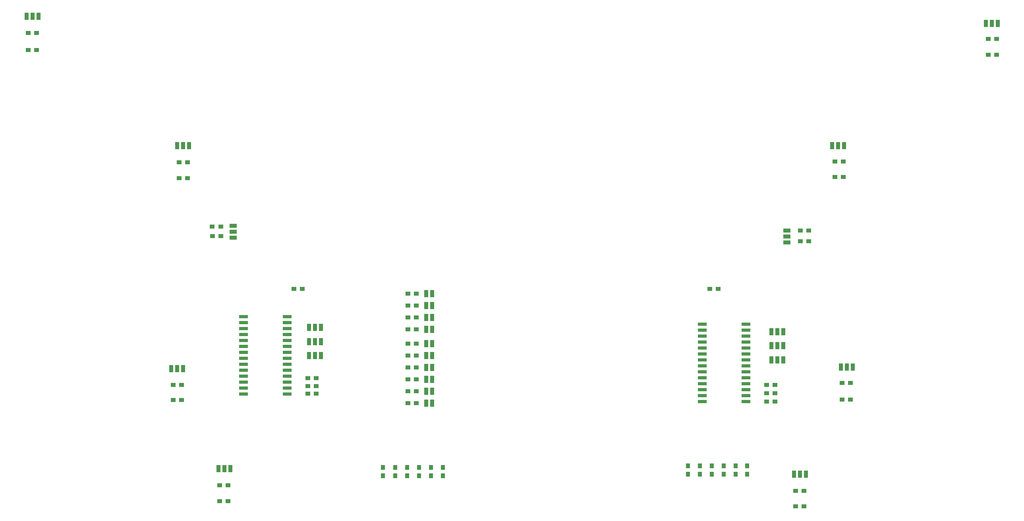
<source format=gtp>
G04*
G04 #@! TF.GenerationSoftware,Altium Limited,Altium Designer,18.1.11 (251)*
G04*
G04 Layer_Color=8421504*
%FSLAX25Y25*%
%MOIN*%
G70*
G01*
G75*
%ADD15R,0.03543X0.06496*%
%ADD16R,0.06496X0.03543*%
%ADD17R,0.03937X0.03543*%
%ADD18R,0.03543X0.03937*%
%ADD19R,0.07284X0.02559*%
D15*
X415000Y250000D02*
D03*
X410000D02*
D03*
X704500Y228077D02*
D03*
X709500D02*
D03*
X699500D02*
D03*
X704500Y216288D02*
D03*
X709500D02*
D03*
X699500D02*
D03*
X704500Y204500D02*
D03*
X709500D02*
D03*
X699500D02*
D03*
X316500Y231640D02*
D03*
X321500D02*
D03*
X311500D02*
D03*
X316500Y219851D02*
D03*
X321500D02*
D03*
X311500D02*
D03*
X316500Y208063D02*
D03*
X321500D02*
D03*
X311500D02*
D03*
X415000Y260000D02*
D03*
X410000D02*
D03*
X415000Y240000D02*
D03*
X410000D02*
D03*
X415000Y188000D02*
D03*
X410000D02*
D03*
X415000Y218000D02*
D03*
X410000D02*
D03*
X415000Y198000D02*
D03*
X410000D02*
D03*
X415000Y208000D02*
D03*
X410000D02*
D03*
X415000Y178000D02*
D03*
X410000D02*
D03*
X415000Y168000D02*
D03*
X410000D02*
D03*
X889500Y487000D02*
D03*
X879500D02*
D03*
X884500D02*
D03*
X767912Y198500D02*
D03*
X757912D02*
D03*
X762912D02*
D03*
X211000Y384500D02*
D03*
X201000D02*
D03*
X206000D02*
D03*
Y197000D02*
D03*
X196000D02*
D03*
X201000D02*
D03*
X760500Y384500D02*
D03*
X750500D02*
D03*
X755500D02*
D03*
X728500Y108500D02*
D03*
X718500D02*
D03*
X723500D02*
D03*
X245500Y113000D02*
D03*
X235500D02*
D03*
X240500D02*
D03*
X84500Y493000D02*
D03*
X74500D02*
D03*
X79500D02*
D03*
X410000Y230000D02*
D03*
X415000D02*
D03*
D16*
X248000Y317000D02*
D03*
Y307000D02*
D03*
Y312000D02*
D03*
X712500Y313000D02*
D03*
Y303000D02*
D03*
Y308000D02*
D03*
D17*
X237500Y316500D02*
D03*
X230413D02*
D03*
X230457Y308500D02*
D03*
X237543D02*
D03*
X731043Y304000D02*
D03*
X723957D02*
D03*
Y313000D02*
D03*
X731043D02*
D03*
X394457Y240000D02*
D03*
X401543D02*
D03*
X394457Y178000D02*
D03*
X401543D02*
D03*
Y168000D02*
D03*
X394457D02*
D03*
X197545Y183500D02*
D03*
X204632D02*
D03*
X702543Y176500D02*
D03*
X695457D02*
D03*
X236457Y99000D02*
D03*
X243543D02*
D03*
X75957Y479000D02*
D03*
X83043D02*
D03*
X202545Y370500D02*
D03*
X209632D02*
D03*
X727043Y94500D02*
D03*
X719957D02*
D03*
X760043Y371000D02*
D03*
X752957D02*
D03*
X719957Y81293D02*
D03*
X727043D02*
D03*
X766043Y185000D02*
D03*
X758957D02*
D03*
X888543Y474000D02*
D03*
X881457D02*
D03*
X888543Y460707D02*
D03*
X881457D02*
D03*
X655043Y264000D02*
D03*
X647957D02*
D03*
X75957Y464707D02*
D03*
X83043D02*
D03*
X204632Y170617D02*
D03*
X197545D02*
D03*
X766043Y171117D02*
D03*
X758957D02*
D03*
X310457Y182500D02*
D03*
X317543D02*
D03*
X695457Y169500D02*
D03*
X702543D02*
D03*
X695457Y183500D02*
D03*
X702543D02*
D03*
X310457Y189000D02*
D03*
X317543D02*
D03*
X310457Y176000D02*
D03*
X317543D02*
D03*
X306043Y264000D02*
D03*
X298957D02*
D03*
X752957Y358095D02*
D03*
X760043D02*
D03*
X243543Y85793D02*
D03*
X236457D02*
D03*
X209632Y357000D02*
D03*
X202545D02*
D03*
X401543Y208000D02*
D03*
X394457D02*
D03*
X401543Y218000D02*
D03*
X394457D02*
D03*
X401543Y188000D02*
D03*
X394457D02*
D03*
X401543Y198000D02*
D03*
X394457D02*
D03*
X401543Y250000D02*
D03*
X394457D02*
D03*
X401543Y260000D02*
D03*
X394457D02*
D03*
X401543Y230000D02*
D03*
X394457D02*
D03*
D18*
X629500Y115543D02*
D03*
Y108457D02*
D03*
X649500Y115543D02*
D03*
Y108457D02*
D03*
X669500Y115543D02*
D03*
Y108457D02*
D03*
X384000Y106957D02*
D03*
Y114043D02*
D03*
X404000D02*
D03*
Y106957D02*
D03*
X424000Y114043D02*
D03*
Y106957D02*
D03*
X639500Y108457D02*
D03*
Y115543D02*
D03*
X679354Y108457D02*
D03*
Y115543D02*
D03*
X659500Y108457D02*
D03*
Y115543D02*
D03*
X414000Y106957D02*
D03*
Y114043D02*
D03*
X394000Y106957D02*
D03*
Y114043D02*
D03*
X373646Y106957D02*
D03*
Y114043D02*
D03*
D19*
X641594Y234500D02*
D03*
Y229500D02*
D03*
Y224500D02*
D03*
Y219500D02*
D03*
Y214500D02*
D03*
Y209500D02*
D03*
Y204500D02*
D03*
Y199500D02*
D03*
Y194500D02*
D03*
Y189500D02*
D03*
Y184500D02*
D03*
Y179500D02*
D03*
Y174500D02*
D03*
Y169500D02*
D03*
X678406D02*
D03*
Y174500D02*
D03*
Y179500D02*
D03*
Y184500D02*
D03*
Y189500D02*
D03*
Y194500D02*
D03*
Y199500D02*
D03*
Y204500D02*
D03*
Y209500D02*
D03*
Y214500D02*
D03*
Y219500D02*
D03*
Y224500D02*
D03*
Y229500D02*
D03*
Y234500D02*
D03*
X256594Y240819D02*
D03*
Y235819D02*
D03*
Y230819D02*
D03*
Y225819D02*
D03*
Y220819D02*
D03*
Y215819D02*
D03*
Y210819D02*
D03*
Y205819D02*
D03*
Y200819D02*
D03*
Y195819D02*
D03*
Y190819D02*
D03*
Y185819D02*
D03*
Y180819D02*
D03*
Y175819D02*
D03*
X293406D02*
D03*
Y180819D02*
D03*
Y185819D02*
D03*
Y190819D02*
D03*
Y195819D02*
D03*
Y200819D02*
D03*
Y205819D02*
D03*
Y210819D02*
D03*
Y215819D02*
D03*
Y220819D02*
D03*
Y225819D02*
D03*
Y230819D02*
D03*
Y235819D02*
D03*
Y240819D02*
D03*
M02*

</source>
